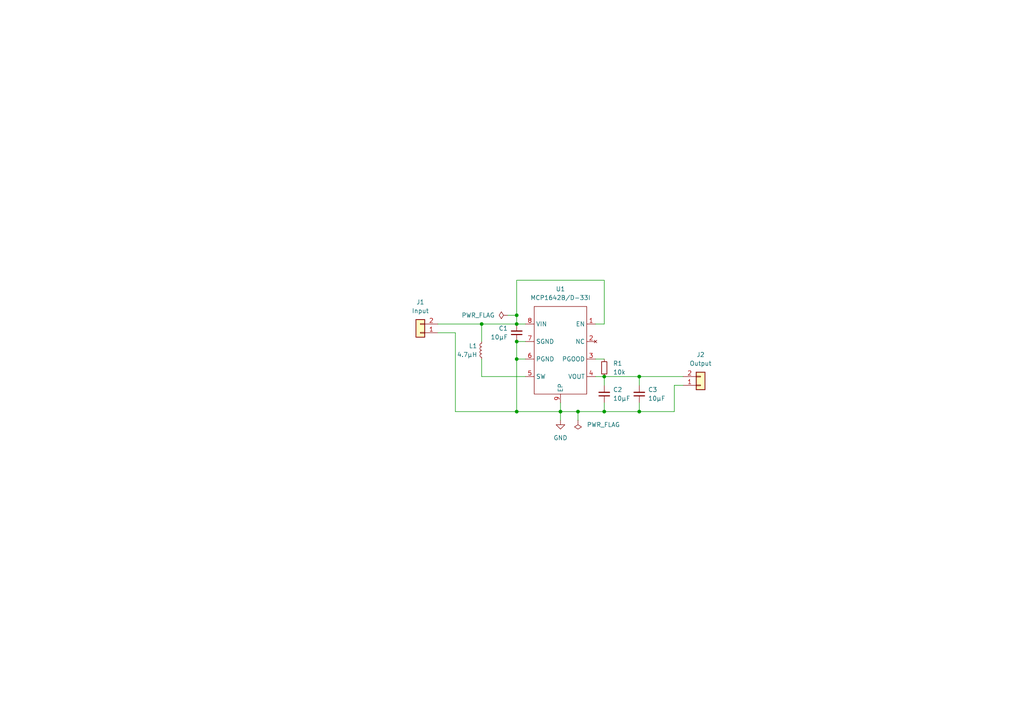
<source format=kicad_sch>
(kicad_sch (version 20211123) (generator eeschema)
  (paper "A4")
  (lib_symbols
    (symbol "3V3_boost_regulator:MCP1642B{slash}D-33I"
      (property "Reference" "U" (at 0 16.51 0))
      (property "Value" "MCP1642B{slash}D-33I" (at 0 13.97 0))
      (symbol "MCP1642B{slash}D-33I_0_1"
        (rectangle (start -7.62 12.7) (end 7.62 -12.7))
      )
      (symbol "MCP1642B{slash}D-33I_1_1"
        (pin input line (at -10.16 7.62 0) (length 2.54) (name "EN") (number "1"))
        (pin no_connect line (at -10.16 2.54 0) (length 2.54) (name "NC") (number "2"))
        (pin output line (at -10.16 -2.54 0) (length 2.54) (name "PGOOD") (number "3"))
        (pin power_out line (at -10.16 -7.62 0) (length 2.54) (name "VOUT") (number "4"))
        (pin bidirectional line (at 10.16 -7.62 180) (length 2.54) (name "SW") (number "5"))
        (pin power_in line (at 10.16 -2.54 180) (length 2.54) (name "PGND") (number "6"))
        (pin power_in line (at 10.16 2.54 180) (length 2.54) (name "SGND") (number "7"))
        (pin power_in line (at 10.16 7.62 180) (length 2.54) (name "VIN") (number "8"))
        (pin power_in line (at 0 -15.24 90) (length 2.54) (name "EP") (number "9"))
      )
    )
    (symbol "Connector_Generic:Conn_01x02" (pin_names (offset 1.016) hide)
      (property "Reference" "J" (at 0 2.54 0))
      (property "Value" "Conn_01x02" (at 0 -5.08 0))
      (symbol "Conn_01x02_1_1"
        (rectangle (start -1.27 -2.413) (end 0 -2.667) (stroke (width 0.1524)))
        (rectangle (start -1.27 0.127) (end 0 -0.127) (stroke (width 0.1524)))
        (rectangle (start -1.27 1.27) (end 1.27 -3.81) (stroke (width 0.254)) (fill (type background)))
        (pin passive line (at -5.08 0 0) (length 3.81) (name "Pin_1") (number "1"))
        (pin passive line (at -5.08 -2.54 0) (length 3.81) (name "Pin_2") (number "2"))
      )
    )
    (symbol "Device:C_Small" (pin_numbers hide) (pin_names (offset 0.254) hide)
      (property "Reference" "C" (at 0.254 1.778 0))
      (property "Value" "C_Small" (at 0.254 -2.032 0))
      (symbol "C_Small_0_1"
        (polyline (pts (xy -1.524 -0.508) (xy 1.524 -0.508)) (stroke (width 0.3302)))
        (polyline (pts (xy -1.524 0.508) (xy 1.524 0.508)) (stroke (width 0.3048)))
      )
      (symbol "C_Small_1_1"
        (pin passive line (at 0 2.54 270) (length 2.032) (name "~") (number "1"))
        (pin passive line (at 0 -2.54 90) (length 2.032) (name "~") (number "2"))
      )
    )
    (symbol "Device:L_Small" (pin_numbers hide) (pin_names (offset 0.254) hide)
      (property "Reference" "L" (at 0.762 1.016 0))
      (property "Value" "L_Small" (at 0.762 -1.016 0))
      (symbol "L_Small_0_1"
        (arc (start 0 -2.032) (mid 0.508 -1.524) (end 0 -1.016))
        (arc (start 0 -1.016) (mid 0.508 -0.508) (end 0 0))
        (arc (start 0 0) (mid 0.508 0.508) (end 0 1.016))
        (arc (start 0 1.016) (mid 0.508 1.524) (end 0 2.032))
      )
      (symbol "L_Small_1_1"
        (pin passive line (at 0 2.54 270) (length 0.508) (name "~") (number "1"))
        (pin passive line (at 0 -2.54 90) (length 0.508) (name "~") (number "2"))
      )
    )
    (symbol "Device:R_Small" (pin_numbers hide) (pin_names (offset 0.254) hide)
      (property "Reference" "R" (at 0.762 0.508 0))
      (property "Value" "R_Small" (at 0.762 -1.016 0))
      (symbol "R_Small_0_1"
        (rectangle (start -0.762 1.778) (end 0.762 -1.778) (stroke (width 0.2032)))
      )
      (symbol "R_Small_1_1"
        (pin passive line (at 0 2.54 270) (length 0.762) (name "~") (number "1"))
        (pin passive line (at 0 -2.54 90) (length 0.762) (name "~") (number "2"))
      )
    )
    (symbol "power:GND" (power) (pin_names (offset 0))
      (property "Value" "GND" (at 0 -3.81 0))
      (symbol "GND_0_1"
        (polyline (pts (xy 0 0) (xy 0 -1.27) (xy 1.27 -1.27) (xy 0 -2.54) (xy -1.27 -1.27) (xy 0 -1.27)))
      )
      (symbol "GND_1_1"
        (pin power_in line (at 0 0 270) (length 0) hide (name "GND") (number "1"))
      )
    )
    (symbol "power:PWR_FLAG" (power) (pin_numbers hide) (pin_names (offset 0) hide)
      (property "Value" "PWR_FLAG" (at 0 3.81 0))
      (symbol "PWR_FLAG_0_0"
        (pin power_out line (at 0 0 90) (length 0) (name "pwr") (number "1"))
      )
      (symbol "PWR_FLAG_0_1"
        (polyline (pts (xy 0 0) (xy 0 1.27) (xy -1.016 1.905) (xy 0 2.54) (xy 1.016 1.905) (xy 0 1.27)))
      )
    )
  )
  (junction (at 139.7 93.98))
  (junction (at 149.86 99.06))
  (junction (at 162.56 119.38))
  (junction (at 149.86 91.44))
  (junction (at 185.42 109.22))
  (junction (at 175.26 119.38))
  (junction (at 167.64 119.38))
  (junction (at 185.42 119.38))
  (junction (at 149.86 119.38))
  (junction (at 175.26 109.22))
  (junction (at 149.86 104.14))
  (junction (at 149.86 93.98))
  (wire (pts (xy 175.26 109.22) (xy 172.72 109.22)))
  (wire (pts (xy 149.86 91.44) (xy 149.86 93.98)))
  (wire (pts (xy 175.26 109.22) (xy 175.26 111.76)))
  (wire (pts (xy 167.64 119.38) (xy 162.56 119.38)))
  (wire (pts (xy 147.32 91.44) (xy 149.86 91.44)))
  (wire (pts (xy 149.86 99.06) (xy 152.4 99.06)))
  (wire (pts (xy 198.12 111.76) (xy 195.58 111.76)))
  (wire (pts (xy 149.86 93.98) (xy 152.4 93.98)))
  (wire (pts (xy 149.86 93.98) (xy 139.7 93.98)))
  (wire (pts (xy 175.26 81.28) (xy 149.86 81.28)))
  (wire (pts (xy 139.7 93.98) (xy 139.7 99.06)))
  (wire (pts (xy 175.26 116.84) (xy 175.26 119.38)))
  (wire (pts (xy 185.42 116.84) (xy 185.42 119.38)))
  (wire (pts (xy 149.86 104.14) (xy 149.86 119.38)))
  (wire (pts (xy 149.86 119.38) (xy 162.56 119.38)))
  (wire (pts (xy 132.08 96.52) (xy 132.08 119.38)))
  (wire (pts (xy 185.42 109.22) (xy 198.12 109.22)))
  (wire (pts (xy 172.72 93.98) (xy 175.26 93.98)))
  (wire (pts (xy 127 96.52) (xy 132.08 96.52)))
  (wire (pts (xy 132.08 119.38) (xy 149.86 119.38)))
  (wire (pts (xy 175.26 104.14) (xy 172.72 104.14)))
  (wire (pts (xy 175.26 93.98) (xy 175.26 81.28)))
  (wire (pts (xy 127 93.98) (xy 139.7 93.98)))
  (wire (pts (xy 162.56 116.84) (xy 162.56 119.38)))
  (wire (pts (xy 185.42 109.22) (xy 175.26 109.22)))
  (wire (pts (xy 175.26 119.38) (xy 167.64 119.38)))
  (wire (pts (xy 195.58 111.76) (xy 195.58 119.38)))
  (wire (pts (xy 185.42 109.22) (xy 185.42 111.76)))
  (wire (pts (xy 139.7 104.14) (xy 139.7 109.22)))
  (wire (pts (xy 195.58 119.38) (xy 185.42 119.38)))
  (wire (pts (xy 149.86 104.14) (xy 149.86 99.06)))
  (wire (pts (xy 149.86 81.28) (xy 149.86 91.44)))
  (wire (pts (xy 162.56 119.38) (xy 162.56 121.92)))
  (wire (pts (xy 152.4 104.14) (xy 149.86 104.14)))
  (wire (pts (xy 152.4 109.22) (xy 139.7 109.22)))
  (wire (pts (xy 185.42 119.38) (xy 175.26 119.38)))
  (wire (pts (xy 167.64 119.38) (xy 167.64 121.92)))
  (symbol (lib_id "power:PWR_FLAG") (at 147.32 91.44 90) (unit 1)
    (property "Reference" "#FLG0101" (effects hide))
    (property "Value" "PWR_FLAG" (at 143.51 91.4399 90) (effects (justify left)))
  )
  (symbol (lib_id "Connector_Generic:Conn_01x02") (at 203.2 111.76 0) (mirror x) (unit 1)
    (property "Reference" "J2" (at 203.2 102.87 0))
    (property "Value" "Output" (at 203.2 105.41 0))
    (property "Footprint" "Connector_PinHeader_2.54mm:PinHeader_1x02_P2.54mm_Vertical" (effects hide))
  )
  (symbol (lib_id "Connector_Generic:Conn_01x02") (at 121.92 96.52 180) (unit 1)
    (property "Reference" "J1" (at 121.92 87.63 0))
    (property "Value" "Input" (at 121.92 90.17 0))
    (property "Footprint" "Connector_PinHeader_2.54mm:PinHeader_1x02_P2.54mm_Vertical" (effects hide))
  )
  (symbol (lib_id "Device:C_Small") (at 175.26 114.3 180) (unit 1)
    (property "Reference" "C2" (at 177.8 113.0235 0) (effects (justify right)))
    (property "Value" "10µF" (at 177.8 115.5635 0) (effects (justify right)))
    (property "Footprint" "Capacitor_SMD:C_0805_2012Metric_Pad1.18x1.45mm_HandSolder" (effects hide))
    (property "Note" "low ESR X5R or X7R" (effects hide))
  )
  (symbol (lib_id "power:GND") (at 162.56 121.92 0) (mirror y) (unit 1)
    (property "Reference" "#PWR01" (effects hide))
    (property "Value" "GND" (at 162.56 127 0))
  )
  (symbol (lib_id "Device:R_Small") (at 175.26 106.68 180) (unit 1)
    (property "Reference" "R1" (at 177.8 105.4099 0) (effects (justify right)))
    (property "Value" "10k" (at 177.8 107.9499 0) (effects (justify right)))
    (property "Footprint" "Resistor_SMD:R_0805_2012Metric_Pad1.20x1.40mm_HandSolder" (effects hide))
  )
  (symbol (lib_id "3V3_boost_regulator:MCP1642B{slash}D-33I") (at 162.56 101.6 0) (mirror y) (unit 1)
    (property "Reference" "U1" (at 162.56 83.82 0))
    (property "Value" "MCP1642B/D-33I" (at 162.56 86.36 0))
    (property "Footprint" "3V3_boost_regulator:DFN8_2x3mm_P0.5mm_EP1.45x1.75mm_hand_solder" (effects hide))
    (property "Datasheet" "https://ww1.microchip.com/downloads/en/DeviceDoc/20005253A.pdf" (effects hide))
  )
  (symbol (lib_id "Device:L_Small") (at 139.7 101.6 0) (mirror y) (unit 1)
    (property "Reference" "L1" (at 138.43 100.3299 0) (effects (justify left)))
    (property "Value" "4.7µH" (at 138.43 102.8699 0) (effects (justify left)))
    (property "Footprint" "3V3_boost_regulator:B82462A4" (effects hide))
    (property "Datasheet" "https://www.tdk-electronics.tdk.com/inf/30/db/ind_2008/b82462a4.pdf" (effects hide))
    (property "Note" "EPCOS/TDK B82462A4472M000" (effects hide))
  )
  (symbol (lib_id "Device:C_Small") (at 185.42 114.3 180) (unit 1)
    (property "Reference" "C3" (at 187.96 113.0235 0) (effects (justify right)))
    (property "Value" "10µF" (at 187.96 115.5635 0) (effects (justify right)))
    (property "Footprint" "Capacitor_SMD:C_0805_2012Metric_Pad1.18x1.45mm_HandSolder" (effects hide))
    (property "Note" "low ESR X5R or X7R" (effects hide))
  )
  (symbol (lib_id "Device:C_Small") (at 149.86 96.52 0) (mirror x) (unit 1)
    (property "Reference" "C1" (at 147.32 95.2435 0) (effects (justify right)))
    (property "Value" "10µF" (at 147.32 97.7835 0) (effects (justify right)))
    (property "Footprint" "Capacitor_SMD:C_0805_2012Metric_Pad1.18x1.45mm_HandSolder" (effects hide))
    (property "Note" "low ESR X5R or X7R" (effects hide))
  )
  (symbol (lib_id "power:PWR_FLAG") (at 167.64 121.92 180) (unit 1)
    (property "Reference" "#FLG0102" (effects hide))
    (property "Value" "PWR_FLAG" (at 170.18 123.1899 0) (effects (justify right)))
  )
)
</source>
